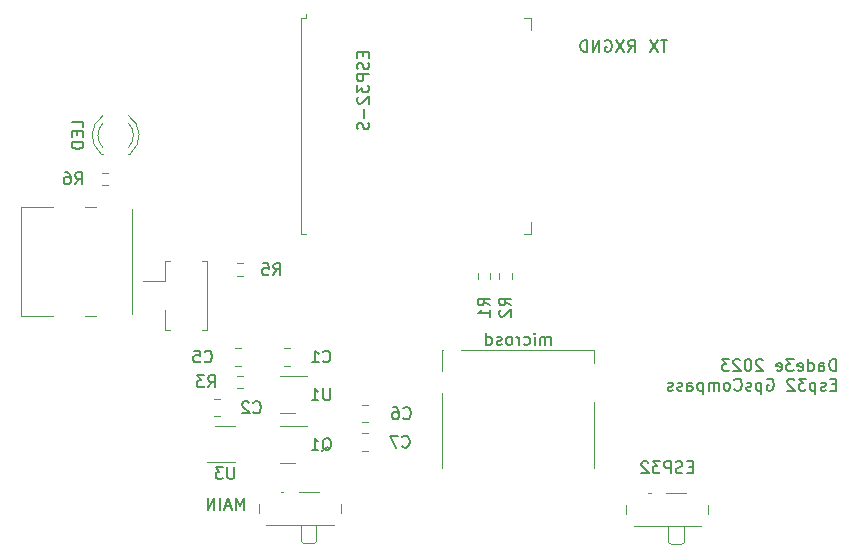
<source format=gbr>
%TF.GenerationSoftware,KiCad,Pcbnew,7.0.2-1.fc38*%
%TF.CreationDate,2023-06-06T17:02:23+02:00*%
%TF.ProjectId,gps_compass,6770735f-636f-46d7-9061-73732e6b6963,rev?*%
%TF.SameCoordinates,Original*%
%TF.FileFunction,Legend,Bot*%
%TF.FilePolarity,Positive*%
%FSLAX46Y46*%
G04 Gerber Fmt 4.6, Leading zero omitted, Abs format (unit mm)*
G04 Created by KiCad (PCBNEW 7.0.2-1.fc38) date 2023-06-06 17:02:23*
%MOMM*%
%LPD*%
G01*
G04 APERTURE LIST*
%ADD10C,0.150000*%
%ADD11C,0.120000*%
G04 APERTURE END LIST*
D10*
X157390476Y-35777619D02*
X157723809Y-35301428D01*
X157961904Y-35777619D02*
X157961904Y-34777619D01*
X157961904Y-34777619D02*
X157580952Y-34777619D01*
X157580952Y-34777619D02*
X157485714Y-34825238D01*
X157485714Y-34825238D02*
X157438095Y-34872857D01*
X157438095Y-34872857D02*
X157390476Y-34968095D01*
X157390476Y-34968095D02*
X157390476Y-35110952D01*
X157390476Y-35110952D02*
X157438095Y-35206190D01*
X157438095Y-35206190D02*
X157485714Y-35253809D01*
X157485714Y-35253809D02*
X157580952Y-35301428D01*
X157580952Y-35301428D02*
X157961904Y-35301428D01*
X157057142Y-34777619D02*
X156390476Y-35777619D01*
X156390476Y-34777619D02*
X157057142Y-35777619D01*
X174961904Y-63913809D02*
X174628571Y-63913809D01*
X174485714Y-64437619D02*
X174961904Y-64437619D01*
X174961904Y-64437619D02*
X174961904Y-63437619D01*
X174961904Y-63437619D02*
X174485714Y-63437619D01*
X174104761Y-64390000D02*
X174009523Y-64437619D01*
X174009523Y-64437619D02*
X173819047Y-64437619D01*
X173819047Y-64437619D02*
X173723809Y-64390000D01*
X173723809Y-64390000D02*
X173676190Y-64294761D01*
X173676190Y-64294761D02*
X173676190Y-64247142D01*
X173676190Y-64247142D02*
X173723809Y-64151904D01*
X173723809Y-64151904D02*
X173819047Y-64104285D01*
X173819047Y-64104285D02*
X173961904Y-64104285D01*
X173961904Y-64104285D02*
X174057142Y-64056666D01*
X174057142Y-64056666D02*
X174104761Y-63961428D01*
X174104761Y-63961428D02*
X174104761Y-63913809D01*
X174104761Y-63913809D02*
X174057142Y-63818571D01*
X174057142Y-63818571D02*
X173961904Y-63770952D01*
X173961904Y-63770952D02*
X173819047Y-63770952D01*
X173819047Y-63770952D02*
X173723809Y-63818571D01*
X173247618Y-63770952D02*
X173247618Y-64770952D01*
X173247618Y-63818571D02*
X173152380Y-63770952D01*
X173152380Y-63770952D02*
X172961904Y-63770952D01*
X172961904Y-63770952D02*
X172866666Y-63818571D01*
X172866666Y-63818571D02*
X172819047Y-63866190D01*
X172819047Y-63866190D02*
X172771428Y-63961428D01*
X172771428Y-63961428D02*
X172771428Y-64247142D01*
X172771428Y-64247142D02*
X172819047Y-64342380D01*
X172819047Y-64342380D02*
X172866666Y-64390000D01*
X172866666Y-64390000D02*
X172961904Y-64437619D01*
X172961904Y-64437619D02*
X173152380Y-64437619D01*
X173152380Y-64437619D02*
X173247618Y-64390000D01*
X172438094Y-63437619D02*
X171819047Y-63437619D01*
X171819047Y-63437619D02*
X172152380Y-63818571D01*
X172152380Y-63818571D02*
X172009523Y-63818571D01*
X172009523Y-63818571D02*
X171914285Y-63866190D01*
X171914285Y-63866190D02*
X171866666Y-63913809D01*
X171866666Y-63913809D02*
X171819047Y-64009047D01*
X171819047Y-64009047D02*
X171819047Y-64247142D01*
X171819047Y-64247142D02*
X171866666Y-64342380D01*
X171866666Y-64342380D02*
X171914285Y-64390000D01*
X171914285Y-64390000D02*
X172009523Y-64437619D01*
X172009523Y-64437619D02*
X172295237Y-64437619D01*
X172295237Y-64437619D02*
X172390475Y-64390000D01*
X172390475Y-64390000D02*
X172438094Y-64342380D01*
X171438094Y-63532857D02*
X171390475Y-63485238D01*
X171390475Y-63485238D02*
X171295237Y-63437619D01*
X171295237Y-63437619D02*
X171057142Y-63437619D01*
X171057142Y-63437619D02*
X170961904Y-63485238D01*
X170961904Y-63485238D02*
X170914285Y-63532857D01*
X170914285Y-63532857D02*
X170866666Y-63628095D01*
X170866666Y-63628095D02*
X170866666Y-63723333D01*
X170866666Y-63723333D02*
X170914285Y-63866190D01*
X170914285Y-63866190D02*
X171485713Y-64437619D01*
X171485713Y-64437619D02*
X170866666Y-64437619D01*
X169152380Y-63485238D02*
X169247618Y-63437619D01*
X169247618Y-63437619D02*
X169390475Y-63437619D01*
X169390475Y-63437619D02*
X169533332Y-63485238D01*
X169533332Y-63485238D02*
X169628570Y-63580476D01*
X169628570Y-63580476D02*
X169676189Y-63675714D01*
X169676189Y-63675714D02*
X169723808Y-63866190D01*
X169723808Y-63866190D02*
X169723808Y-64009047D01*
X169723808Y-64009047D02*
X169676189Y-64199523D01*
X169676189Y-64199523D02*
X169628570Y-64294761D01*
X169628570Y-64294761D02*
X169533332Y-64390000D01*
X169533332Y-64390000D02*
X169390475Y-64437619D01*
X169390475Y-64437619D02*
X169295237Y-64437619D01*
X169295237Y-64437619D02*
X169152380Y-64390000D01*
X169152380Y-64390000D02*
X169104761Y-64342380D01*
X169104761Y-64342380D02*
X169104761Y-64009047D01*
X169104761Y-64009047D02*
X169295237Y-64009047D01*
X168676189Y-63770952D02*
X168676189Y-64770952D01*
X168676189Y-63818571D02*
X168580951Y-63770952D01*
X168580951Y-63770952D02*
X168390475Y-63770952D01*
X168390475Y-63770952D02*
X168295237Y-63818571D01*
X168295237Y-63818571D02*
X168247618Y-63866190D01*
X168247618Y-63866190D02*
X168199999Y-63961428D01*
X168199999Y-63961428D02*
X168199999Y-64247142D01*
X168199999Y-64247142D02*
X168247618Y-64342380D01*
X168247618Y-64342380D02*
X168295237Y-64390000D01*
X168295237Y-64390000D02*
X168390475Y-64437619D01*
X168390475Y-64437619D02*
X168580951Y-64437619D01*
X168580951Y-64437619D02*
X168676189Y-64390000D01*
X167819046Y-64390000D02*
X167723808Y-64437619D01*
X167723808Y-64437619D02*
X167533332Y-64437619D01*
X167533332Y-64437619D02*
X167438094Y-64390000D01*
X167438094Y-64390000D02*
X167390475Y-64294761D01*
X167390475Y-64294761D02*
X167390475Y-64247142D01*
X167390475Y-64247142D02*
X167438094Y-64151904D01*
X167438094Y-64151904D02*
X167533332Y-64104285D01*
X167533332Y-64104285D02*
X167676189Y-64104285D01*
X167676189Y-64104285D02*
X167771427Y-64056666D01*
X167771427Y-64056666D02*
X167819046Y-63961428D01*
X167819046Y-63961428D02*
X167819046Y-63913809D01*
X167819046Y-63913809D02*
X167771427Y-63818571D01*
X167771427Y-63818571D02*
X167676189Y-63770952D01*
X167676189Y-63770952D02*
X167533332Y-63770952D01*
X167533332Y-63770952D02*
X167438094Y-63818571D01*
X166390475Y-64342380D02*
X166438094Y-64390000D01*
X166438094Y-64390000D02*
X166580951Y-64437619D01*
X166580951Y-64437619D02*
X166676189Y-64437619D01*
X166676189Y-64437619D02*
X166819046Y-64390000D01*
X166819046Y-64390000D02*
X166914284Y-64294761D01*
X166914284Y-64294761D02*
X166961903Y-64199523D01*
X166961903Y-64199523D02*
X167009522Y-64009047D01*
X167009522Y-64009047D02*
X167009522Y-63866190D01*
X167009522Y-63866190D02*
X166961903Y-63675714D01*
X166961903Y-63675714D02*
X166914284Y-63580476D01*
X166914284Y-63580476D02*
X166819046Y-63485238D01*
X166819046Y-63485238D02*
X166676189Y-63437619D01*
X166676189Y-63437619D02*
X166580951Y-63437619D01*
X166580951Y-63437619D02*
X166438094Y-63485238D01*
X166438094Y-63485238D02*
X166390475Y-63532857D01*
X165819046Y-64437619D02*
X165914284Y-64390000D01*
X165914284Y-64390000D02*
X165961903Y-64342380D01*
X165961903Y-64342380D02*
X166009522Y-64247142D01*
X166009522Y-64247142D02*
X166009522Y-63961428D01*
X166009522Y-63961428D02*
X165961903Y-63866190D01*
X165961903Y-63866190D02*
X165914284Y-63818571D01*
X165914284Y-63818571D02*
X165819046Y-63770952D01*
X165819046Y-63770952D02*
X165676189Y-63770952D01*
X165676189Y-63770952D02*
X165580951Y-63818571D01*
X165580951Y-63818571D02*
X165533332Y-63866190D01*
X165533332Y-63866190D02*
X165485713Y-63961428D01*
X165485713Y-63961428D02*
X165485713Y-64247142D01*
X165485713Y-64247142D02*
X165533332Y-64342380D01*
X165533332Y-64342380D02*
X165580951Y-64390000D01*
X165580951Y-64390000D02*
X165676189Y-64437619D01*
X165676189Y-64437619D02*
X165819046Y-64437619D01*
X165057141Y-64437619D02*
X165057141Y-63770952D01*
X165057141Y-63866190D02*
X165009522Y-63818571D01*
X165009522Y-63818571D02*
X164914284Y-63770952D01*
X164914284Y-63770952D02*
X164771427Y-63770952D01*
X164771427Y-63770952D02*
X164676189Y-63818571D01*
X164676189Y-63818571D02*
X164628570Y-63913809D01*
X164628570Y-63913809D02*
X164628570Y-64437619D01*
X164628570Y-63913809D02*
X164580951Y-63818571D01*
X164580951Y-63818571D02*
X164485713Y-63770952D01*
X164485713Y-63770952D02*
X164342856Y-63770952D01*
X164342856Y-63770952D02*
X164247617Y-63818571D01*
X164247617Y-63818571D02*
X164199998Y-63913809D01*
X164199998Y-63913809D02*
X164199998Y-64437619D01*
X163723808Y-63770952D02*
X163723808Y-64770952D01*
X163723808Y-63818571D02*
X163628570Y-63770952D01*
X163628570Y-63770952D02*
X163438094Y-63770952D01*
X163438094Y-63770952D02*
X163342856Y-63818571D01*
X163342856Y-63818571D02*
X163295237Y-63866190D01*
X163295237Y-63866190D02*
X163247618Y-63961428D01*
X163247618Y-63961428D02*
X163247618Y-64247142D01*
X163247618Y-64247142D02*
X163295237Y-64342380D01*
X163295237Y-64342380D02*
X163342856Y-64390000D01*
X163342856Y-64390000D02*
X163438094Y-64437619D01*
X163438094Y-64437619D02*
X163628570Y-64437619D01*
X163628570Y-64437619D02*
X163723808Y-64390000D01*
X162390475Y-64437619D02*
X162390475Y-63913809D01*
X162390475Y-63913809D02*
X162438094Y-63818571D01*
X162438094Y-63818571D02*
X162533332Y-63770952D01*
X162533332Y-63770952D02*
X162723808Y-63770952D01*
X162723808Y-63770952D02*
X162819046Y-63818571D01*
X162390475Y-64390000D02*
X162485713Y-64437619D01*
X162485713Y-64437619D02*
X162723808Y-64437619D01*
X162723808Y-64437619D02*
X162819046Y-64390000D01*
X162819046Y-64390000D02*
X162866665Y-64294761D01*
X162866665Y-64294761D02*
X162866665Y-64199523D01*
X162866665Y-64199523D02*
X162819046Y-64104285D01*
X162819046Y-64104285D02*
X162723808Y-64056666D01*
X162723808Y-64056666D02*
X162485713Y-64056666D01*
X162485713Y-64056666D02*
X162390475Y-64009047D01*
X161961903Y-64390000D02*
X161866665Y-64437619D01*
X161866665Y-64437619D02*
X161676189Y-64437619D01*
X161676189Y-64437619D02*
X161580951Y-64390000D01*
X161580951Y-64390000D02*
X161533332Y-64294761D01*
X161533332Y-64294761D02*
X161533332Y-64247142D01*
X161533332Y-64247142D02*
X161580951Y-64151904D01*
X161580951Y-64151904D02*
X161676189Y-64104285D01*
X161676189Y-64104285D02*
X161819046Y-64104285D01*
X161819046Y-64104285D02*
X161914284Y-64056666D01*
X161914284Y-64056666D02*
X161961903Y-63961428D01*
X161961903Y-63961428D02*
X161961903Y-63913809D01*
X161961903Y-63913809D02*
X161914284Y-63818571D01*
X161914284Y-63818571D02*
X161819046Y-63770952D01*
X161819046Y-63770952D02*
X161676189Y-63770952D01*
X161676189Y-63770952D02*
X161580951Y-63818571D01*
X161152379Y-64390000D02*
X161057141Y-64437619D01*
X161057141Y-64437619D02*
X160866665Y-64437619D01*
X160866665Y-64437619D02*
X160771427Y-64390000D01*
X160771427Y-64390000D02*
X160723808Y-64294761D01*
X160723808Y-64294761D02*
X160723808Y-64247142D01*
X160723808Y-64247142D02*
X160771427Y-64151904D01*
X160771427Y-64151904D02*
X160866665Y-64104285D01*
X160866665Y-64104285D02*
X161009522Y-64104285D01*
X161009522Y-64104285D02*
X161104760Y-64056666D01*
X161104760Y-64056666D02*
X161152379Y-63961428D01*
X161152379Y-63961428D02*
X161152379Y-63913809D01*
X161152379Y-63913809D02*
X161104760Y-63818571D01*
X161104760Y-63818571D02*
X161009522Y-63770952D01*
X161009522Y-63770952D02*
X160866665Y-63770952D01*
X160866665Y-63770952D02*
X160771427Y-63818571D01*
X160704761Y-34777619D02*
X160133333Y-34777619D01*
X160419047Y-35777619D02*
X160419047Y-34777619D01*
X159895237Y-34777619D02*
X159228571Y-35777619D01*
X159228571Y-34777619D02*
X159895237Y-35777619D01*
X155438095Y-34825238D02*
X155533333Y-34777619D01*
X155533333Y-34777619D02*
X155676190Y-34777619D01*
X155676190Y-34777619D02*
X155819047Y-34825238D01*
X155819047Y-34825238D02*
X155914285Y-34920476D01*
X155914285Y-34920476D02*
X155961904Y-35015714D01*
X155961904Y-35015714D02*
X156009523Y-35206190D01*
X156009523Y-35206190D02*
X156009523Y-35349047D01*
X156009523Y-35349047D02*
X155961904Y-35539523D01*
X155961904Y-35539523D02*
X155914285Y-35634761D01*
X155914285Y-35634761D02*
X155819047Y-35730000D01*
X155819047Y-35730000D02*
X155676190Y-35777619D01*
X155676190Y-35777619D02*
X155580952Y-35777619D01*
X155580952Y-35777619D02*
X155438095Y-35730000D01*
X155438095Y-35730000D02*
X155390476Y-35682380D01*
X155390476Y-35682380D02*
X155390476Y-35349047D01*
X155390476Y-35349047D02*
X155580952Y-35349047D01*
X154961904Y-35777619D02*
X154961904Y-34777619D01*
X154961904Y-34777619D02*
X154390476Y-35777619D01*
X154390476Y-35777619D02*
X154390476Y-34777619D01*
X153914285Y-35777619D02*
X153914285Y-34777619D01*
X153914285Y-34777619D02*
X153676190Y-34777619D01*
X153676190Y-34777619D02*
X153533333Y-34825238D01*
X153533333Y-34825238D02*
X153438095Y-34920476D01*
X153438095Y-34920476D02*
X153390476Y-35015714D01*
X153390476Y-35015714D02*
X153342857Y-35206190D01*
X153342857Y-35206190D02*
X153342857Y-35349047D01*
X153342857Y-35349047D02*
X153390476Y-35539523D01*
X153390476Y-35539523D02*
X153438095Y-35634761D01*
X153438095Y-35634761D02*
X153533333Y-35730000D01*
X153533333Y-35730000D02*
X153676190Y-35777619D01*
X153676190Y-35777619D02*
X153914285Y-35777619D01*
X174961904Y-62777619D02*
X174961904Y-61777619D01*
X174961904Y-61777619D02*
X174723809Y-61777619D01*
X174723809Y-61777619D02*
X174580952Y-61825238D01*
X174580952Y-61825238D02*
X174485714Y-61920476D01*
X174485714Y-61920476D02*
X174438095Y-62015714D01*
X174438095Y-62015714D02*
X174390476Y-62206190D01*
X174390476Y-62206190D02*
X174390476Y-62349047D01*
X174390476Y-62349047D02*
X174438095Y-62539523D01*
X174438095Y-62539523D02*
X174485714Y-62634761D01*
X174485714Y-62634761D02*
X174580952Y-62730000D01*
X174580952Y-62730000D02*
X174723809Y-62777619D01*
X174723809Y-62777619D02*
X174961904Y-62777619D01*
X173533333Y-62777619D02*
X173533333Y-62253809D01*
X173533333Y-62253809D02*
X173580952Y-62158571D01*
X173580952Y-62158571D02*
X173676190Y-62110952D01*
X173676190Y-62110952D02*
X173866666Y-62110952D01*
X173866666Y-62110952D02*
X173961904Y-62158571D01*
X173533333Y-62730000D02*
X173628571Y-62777619D01*
X173628571Y-62777619D02*
X173866666Y-62777619D01*
X173866666Y-62777619D02*
X173961904Y-62730000D01*
X173961904Y-62730000D02*
X174009523Y-62634761D01*
X174009523Y-62634761D02*
X174009523Y-62539523D01*
X174009523Y-62539523D02*
X173961904Y-62444285D01*
X173961904Y-62444285D02*
X173866666Y-62396666D01*
X173866666Y-62396666D02*
X173628571Y-62396666D01*
X173628571Y-62396666D02*
X173533333Y-62349047D01*
X172628571Y-62777619D02*
X172628571Y-61777619D01*
X172628571Y-62730000D02*
X172723809Y-62777619D01*
X172723809Y-62777619D02*
X172914285Y-62777619D01*
X172914285Y-62777619D02*
X173009523Y-62730000D01*
X173009523Y-62730000D02*
X173057142Y-62682380D01*
X173057142Y-62682380D02*
X173104761Y-62587142D01*
X173104761Y-62587142D02*
X173104761Y-62301428D01*
X173104761Y-62301428D02*
X173057142Y-62206190D01*
X173057142Y-62206190D02*
X173009523Y-62158571D01*
X173009523Y-62158571D02*
X172914285Y-62110952D01*
X172914285Y-62110952D02*
X172723809Y-62110952D01*
X172723809Y-62110952D02*
X172628571Y-62158571D01*
X171771428Y-62730000D02*
X171866666Y-62777619D01*
X171866666Y-62777619D02*
X172057142Y-62777619D01*
X172057142Y-62777619D02*
X172152380Y-62730000D01*
X172152380Y-62730000D02*
X172199999Y-62634761D01*
X172199999Y-62634761D02*
X172199999Y-62253809D01*
X172199999Y-62253809D02*
X172152380Y-62158571D01*
X172152380Y-62158571D02*
X172057142Y-62110952D01*
X172057142Y-62110952D02*
X171866666Y-62110952D01*
X171866666Y-62110952D02*
X171771428Y-62158571D01*
X171771428Y-62158571D02*
X171723809Y-62253809D01*
X171723809Y-62253809D02*
X171723809Y-62349047D01*
X171723809Y-62349047D02*
X172199999Y-62444285D01*
X171390475Y-61777619D02*
X170771428Y-61777619D01*
X170771428Y-61777619D02*
X171104761Y-62158571D01*
X171104761Y-62158571D02*
X170961904Y-62158571D01*
X170961904Y-62158571D02*
X170866666Y-62206190D01*
X170866666Y-62206190D02*
X170819047Y-62253809D01*
X170819047Y-62253809D02*
X170771428Y-62349047D01*
X170771428Y-62349047D02*
X170771428Y-62587142D01*
X170771428Y-62587142D02*
X170819047Y-62682380D01*
X170819047Y-62682380D02*
X170866666Y-62730000D01*
X170866666Y-62730000D02*
X170961904Y-62777619D01*
X170961904Y-62777619D02*
X171247618Y-62777619D01*
X171247618Y-62777619D02*
X171342856Y-62730000D01*
X171342856Y-62730000D02*
X171390475Y-62682380D01*
X169961904Y-62730000D02*
X170057142Y-62777619D01*
X170057142Y-62777619D02*
X170247618Y-62777619D01*
X170247618Y-62777619D02*
X170342856Y-62730000D01*
X170342856Y-62730000D02*
X170390475Y-62634761D01*
X170390475Y-62634761D02*
X170390475Y-62253809D01*
X170390475Y-62253809D02*
X170342856Y-62158571D01*
X170342856Y-62158571D02*
X170247618Y-62110952D01*
X170247618Y-62110952D02*
X170057142Y-62110952D01*
X170057142Y-62110952D02*
X169961904Y-62158571D01*
X169961904Y-62158571D02*
X169914285Y-62253809D01*
X169914285Y-62253809D02*
X169914285Y-62349047D01*
X169914285Y-62349047D02*
X170390475Y-62444285D01*
X168771427Y-61872857D02*
X168723808Y-61825238D01*
X168723808Y-61825238D02*
X168628570Y-61777619D01*
X168628570Y-61777619D02*
X168390475Y-61777619D01*
X168390475Y-61777619D02*
X168295237Y-61825238D01*
X168295237Y-61825238D02*
X168247618Y-61872857D01*
X168247618Y-61872857D02*
X168199999Y-61968095D01*
X168199999Y-61968095D02*
X168199999Y-62063333D01*
X168199999Y-62063333D02*
X168247618Y-62206190D01*
X168247618Y-62206190D02*
X168819046Y-62777619D01*
X168819046Y-62777619D02*
X168199999Y-62777619D01*
X167580951Y-61777619D02*
X167485713Y-61777619D01*
X167485713Y-61777619D02*
X167390475Y-61825238D01*
X167390475Y-61825238D02*
X167342856Y-61872857D01*
X167342856Y-61872857D02*
X167295237Y-61968095D01*
X167295237Y-61968095D02*
X167247618Y-62158571D01*
X167247618Y-62158571D02*
X167247618Y-62396666D01*
X167247618Y-62396666D02*
X167295237Y-62587142D01*
X167295237Y-62587142D02*
X167342856Y-62682380D01*
X167342856Y-62682380D02*
X167390475Y-62730000D01*
X167390475Y-62730000D02*
X167485713Y-62777619D01*
X167485713Y-62777619D02*
X167580951Y-62777619D01*
X167580951Y-62777619D02*
X167676189Y-62730000D01*
X167676189Y-62730000D02*
X167723808Y-62682380D01*
X167723808Y-62682380D02*
X167771427Y-62587142D01*
X167771427Y-62587142D02*
X167819046Y-62396666D01*
X167819046Y-62396666D02*
X167819046Y-62158571D01*
X167819046Y-62158571D02*
X167771427Y-61968095D01*
X167771427Y-61968095D02*
X167723808Y-61872857D01*
X167723808Y-61872857D02*
X167676189Y-61825238D01*
X167676189Y-61825238D02*
X167580951Y-61777619D01*
X166866665Y-61872857D02*
X166819046Y-61825238D01*
X166819046Y-61825238D02*
X166723808Y-61777619D01*
X166723808Y-61777619D02*
X166485713Y-61777619D01*
X166485713Y-61777619D02*
X166390475Y-61825238D01*
X166390475Y-61825238D02*
X166342856Y-61872857D01*
X166342856Y-61872857D02*
X166295237Y-61968095D01*
X166295237Y-61968095D02*
X166295237Y-62063333D01*
X166295237Y-62063333D02*
X166342856Y-62206190D01*
X166342856Y-62206190D02*
X166914284Y-62777619D01*
X166914284Y-62777619D02*
X166295237Y-62777619D01*
X165961903Y-61777619D02*
X165342856Y-61777619D01*
X165342856Y-61777619D02*
X165676189Y-62158571D01*
X165676189Y-62158571D02*
X165533332Y-62158571D01*
X165533332Y-62158571D02*
X165438094Y-62206190D01*
X165438094Y-62206190D02*
X165390475Y-62253809D01*
X165390475Y-62253809D02*
X165342856Y-62349047D01*
X165342856Y-62349047D02*
X165342856Y-62587142D01*
X165342856Y-62587142D02*
X165390475Y-62682380D01*
X165390475Y-62682380D02*
X165438094Y-62730000D01*
X165438094Y-62730000D02*
X165533332Y-62777619D01*
X165533332Y-62777619D02*
X165819046Y-62777619D01*
X165819046Y-62777619D02*
X165914284Y-62730000D01*
X165914284Y-62730000D02*
X165961903Y-62682380D01*
%TO.C,Q1*%
X131495238Y-69557857D02*
X131590476Y-69510238D01*
X131590476Y-69510238D02*
X131685714Y-69415000D01*
X131685714Y-69415000D02*
X131828571Y-69272142D01*
X131828571Y-69272142D02*
X131923809Y-69224523D01*
X131923809Y-69224523D02*
X132019047Y-69224523D01*
X131971428Y-69462619D02*
X132066666Y-69415000D01*
X132066666Y-69415000D02*
X132161904Y-69319761D01*
X132161904Y-69319761D02*
X132209523Y-69129285D01*
X132209523Y-69129285D02*
X132209523Y-68795952D01*
X132209523Y-68795952D02*
X132161904Y-68605476D01*
X132161904Y-68605476D02*
X132066666Y-68510238D01*
X132066666Y-68510238D02*
X131971428Y-68462619D01*
X131971428Y-68462619D02*
X131780952Y-68462619D01*
X131780952Y-68462619D02*
X131685714Y-68510238D01*
X131685714Y-68510238D02*
X131590476Y-68605476D01*
X131590476Y-68605476D02*
X131542857Y-68795952D01*
X131542857Y-68795952D02*
X131542857Y-69129285D01*
X131542857Y-69129285D02*
X131590476Y-69319761D01*
X131590476Y-69319761D02*
X131685714Y-69415000D01*
X131685714Y-69415000D02*
X131780952Y-69462619D01*
X131780952Y-69462619D02*
X131971428Y-69462619D01*
X130590476Y-69462619D02*
X131161904Y-69462619D01*
X130876190Y-69462619D02*
X130876190Y-68462619D01*
X130876190Y-68462619D02*
X130971428Y-68605476D01*
X130971428Y-68605476D02*
X131066666Y-68700714D01*
X131066666Y-68700714D02*
X131161904Y-68748333D01*
%TO.C,R6*%
X110566666Y-46962619D02*
X110899999Y-46486428D01*
X111138094Y-46962619D02*
X111138094Y-45962619D01*
X111138094Y-45962619D02*
X110757142Y-45962619D01*
X110757142Y-45962619D02*
X110661904Y-46010238D01*
X110661904Y-46010238D02*
X110614285Y-46057857D01*
X110614285Y-46057857D02*
X110566666Y-46153095D01*
X110566666Y-46153095D02*
X110566666Y-46295952D01*
X110566666Y-46295952D02*
X110614285Y-46391190D01*
X110614285Y-46391190D02*
X110661904Y-46438809D01*
X110661904Y-46438809D02*
X110757142Y-46486428D01*
X110757142Y-46486428D02*
X111138094Y-46486428D01*
X109709523Y-45962619D02*
X109899999Y-45962619D01*
X109899999Y-45962619D02*
X109995237Y-46010238D01*
X109995237Y-46010238D02*
X110042856Y-46057857D01*
X110042856Y-46057857D02*
X110138094Y-46200714D01*
X110138094Y-46200714D02*
X110185713Y-46391190D01*
X110185713Y-46391190D02*
X110185713Y-46772142D01*
X110185713Y-46772142D02*
X110138094Y-46867380D01*
X110138094Y-46867380D02*
X110090475Y-46915000D01*
X110090475Y-46915000D02*
X109995237Y-46962619D01*
X109995237Y-46962619D02*
X109804761Y-46962619D01*
X109804761Y-46962619D02*
X109709523Y-46915000D01*
X109709523Y-46915000D02*
X109661904Y-46867380D01*
X109661904Y-46867380D02*
X109614285Y-46772142D01*
X109614285Y-46772142D02*
X109614285Y-46534047D01*
X109614285Y-46534047D02*
X109661904Y-46438809D01*
X109661904Y-46438809D02*
X109709523Y-46391190D01*
X109709523Y-46391190D02*
X109804761Y-46343571D01*
X109804761Y-46343571D02*
X109995237Y-46343571D01*
X109995237Y-46343571D02*
X110090475Y-46391190D01*
X110090475Y-46391190D02*
X110138094Y-46438809D01*
X110138094Y-46438809D02*
X110185713Y-46534047D01*
%TO.C,R1*%
X145662619Y-57233333D02*
X145186428Y-56900000D01*
X145662619Y-56661905D02*
X144662619Y-56661905D01*
X144662619Y-56661905D02*
X144662619Y-57042857D01*
X144662619Y-57042857D02*
X144710238Y-57138095D01*
X144710238Y-57138095D02*
X144757857Y-57185714D01*
X144757857Y-57185714D02*
X144853095Y-57233333D01*
X144853095Y-57233333D02*
X144995952Y-57233333D01*
X144995952Y-57233333D02*
X145091190Y-57185714D01*
X145091190Y-57185714D02*
X145138809Y-57138095D01*
X145138809Y-57138095D02*
X145186428Y-57042857D01*
X145186428Y-57042857D02*
X145186428Y-56661905D01*
X145662619Y-58185714D02*
X145662619Y-57614286D01*
X145662619Y-57900000D02*
X144662619Y-57900000D01*
X144662619Y-57900000D02*
X144805476Y-57804762D01*
X144805476Y-57804762D02*
X144900714Y-57709524D01*
X144900714Y-57709524D02*
X144948333Y-57614286D01*
%TO.C,R2*%
X147462619Y-57233333D02*
X146986428Y-56900000D01*
X147462619Y-56661905D02*
X146462619Y-56661905D01*
X146462619Y-56661905D02*
X146462619Y-57042857D01*
X146462619Y-57042857D02*
X146510238Y-57138095D01*
X146510238Y-57138095D02*
X146557857Y-57185714D01*
X146557857Y-57185714D02*
X146653095Y-57233333D01*
X146653095Y-57233333D02*
X146795952Y-57233333D01*
X146795952Y-57233333D02*
X146891190Y-57185714D01*
X146891190Y-57185714D02*
X146938809Y-57138095D01*
X146938809Y-57138095D02*
X146986428Y-57042857D01*
X146986428Y-57042857D02*
X146986428Y-56661905D01*
X146557857Y-57614286D02*
X146510238Y-57661905D01*
X146510238Y-57661905D02*
X146462619Y-57757143D01*
X146462619Y-57757143D02*
X146462619Y-57995238D01*
X146462619Y-57995238D02*
X146510238Y-58090476D01*
X146510238Y-58090476D02*
X146557857Y-58138095D01*
X146557857Y-58138095D02*
X146653095Y-58185714D01*
X146653095Y-58185714D02*
X146748333Y-58185714D01*
X146748333Y-58185714D02*
X146891190Y-58138095D01*
X146891190Y-58138095D02*
X147462619Y-57566667D01*
X147462619Y-57566667D02*
X147462619Y-58185714D01*
%TO.C,C5*%
X121529166Y-61967380D02*
X121576785Y-62015000D01*
X121576785Y-62015000D02*
X121719642Y-62062619D01*
X121719642Y-62062619D02*
X121814880Y-62062619D01*
X121814880Y-62062619D02*
X121957737Y-62015000D01*
X121957737Y-62015000D02*
X122052975Y-61919761D01*
X122052975Y-61919761D02*
X122100594Y-61824523D01*
X122100594Y-61824523D02*
X122148213Y-61634047D01*
X122148213Y-61634047D02*
X122148213Y-61491190D01*
X122148213Y-61491190D02*
X122100594Y-61300714D01*
X122100594Y-61300714D02*
X122052975Y-61205476D01*
X122052975Y-61205476D02*
X121957737Y-61110238D01*
X121957737Y-61110238D02*
X121814880Y-61062619D01*
X121814880Y-61062619D02*
X121719642Y-61062619D01*
X121719642Y-61062619D02*
X121576785Y-61110238D01*
X121576785Y-61110238D02*
X121529166Y-61157857D01*
X120624404Y-61062619D02*
X121100594Y-61062619D01*
X121100594Y-61062619D02*
X121148213Y-61538809D01*
X121148213Y-61538809D02*
X121100594Y-61491190D01*
X121100594Y-61491190D02*
X121005356Y-61443571D01*
X121005356Y-61443571D02*
X120767261Y-61443571D01*
X120767261Y-61443571D02*
X120672023Y-61491190D01*
X120672023Y-61491190D02*
X120624404Y-61538809D01*
X120624404Y-61538809D02*
X120576785Y-61634047D01*
X120576785Y-61634047D02*
X120576785Y-61872142D01*
X120576785Y-61872142D02*
X120624404Y-61967380D01*
X120624404Y-61967380D02*
X120672023Y-62015000D01*
X120672023Y-62015000D02*
X120767261Y-62062619D01*
X120767261Y-62062619D02*
X121005356Y-62062619D01*
X121005356Y-62062619D02*
X121100594Y-62015000D01*
X121100594Y-62015000D02*
X121148213Y-61967380D01*
%TO.C,R3*%
X121829166Y-64162619D02*
X122162499Y-63686428D01*
X122400594Y-64162619D02*
X122400594Y-63162619D01*
X122400594Y-63162619D02*
X122019642Y-63162619D01*
X122019642Y-63162619D02*
X121924404Y-63210238D01*
X121924404Y-63210238D02*
X121876785Y-63257857D01*
X121876785Y-63257857D02*
X121829166Y-63353095D01*
X121829166Y-63353095D02*
X121829166Y-63495952D01*
X121829166Y-63495952D02*
X121876785Y-63591190D01*
X121876785Y-63591190D02*
X121924404Y-63638809D01*
X121924404Y-63638809D02*
X122019642Y-63686428D01*
X122019642Y-63686428D02*
X122400594Y-63686428D01*
X121495832Y-63162619D02*
X120876785Y-63162619D01*
X120876785Y-63162619D02*
X121210118Y-63543571D01*
X121210118Y-63543571D02*
X121067261Y-63543571D01*
X121067261Y-63543571D02*
X120972023Y-63591190D01*
X120972023Y-63591190D02*
X120924404Y-63638809D01*
X120924404Y-63638809D02*
X120876785Y-63734047D01*
X120876785Y-63734047D02*
X120876785Y-63972142D01*
X120876785Y-63972142D02*
X120924404Y-64067380D01*
X120924404Y-64067380D02*
X120972023Y-64115000D01*
X120972023Y-64115000D02*
X121067261Y-64162619D01*
X121067261Y-64162619D02*
X121352975Y-64162619D01*
X121352975Y-64162619D02*
X121448213Y-64115000D01*
X121448213Y-64115000D02*
X121495832Y-64067380D01*
%TO.C,U3*%
X124024404Y-70912619D02*
X124024404Y-71722142D01*
X124024404Y-71722142D02*
X123976785Y-71817380D01*
X123976785Y-71817380D02*
X123929166Y-71865000D01*
X123929166Y-71865000D02*
X123833928Y-71912619D01*
X123833928Y-71912619D02*
X123643452Y-71912619D01*
X123643452Y-71912619D02*
X123548214Y-71865000D01*
X123548214Y-71865000D02*
X123500595Y-71817380D01*
X123500595Y-71817380D02*
X123452976Y-71722142D01*
X123452976Y-71722142D02*
X123452976Y-70912619D01*
X123072023Y-70912619D02*
X122452976Y-70912619D01*
X122452976Y-70912619D02*
X122786309Y-71293571D01*
X122786309Y-71293571D02*
X122643452Y-71293571D01*
X122643452Y-71293571D02*
X122548214Y-71341190D01*
X122548214Y-71341190D02*
X122500595Y-71388809D01*
X122500595Y-71388809D02*
X122452976Y-71484047D01*
X122452976Y-71484047D02*
X122452976Y-71722142D01*
X122452976Y-71722142D02*
X122500595Y-71817380D01*
X122500595Y-71817380D02*
X122548214Y-71865000D01*
X122548214Y-71865000D02*
X122643452Y-71912619D01*
X122643452Y-71912619D02*
X122929166Y-71912619D01*
X122929166Y-71912619D02*
X123024404Y-71865000D01*
X123024404Y-71865000D02*
X123072023Y-71817380D01*
%TO.C,ESP32-S*%
X134918809Y-35811905D02*
X134918809Y-36145238D01*
X135442619Y-36288095D02*
X135442619Y-35811905D01*
X135442619Y-35811905D02*
X134442619Y-35811905D01*
X134442619Y-35811905D02*
X134442619Y-36288095D01*
X135395000Y-36669048D02*
X135442619Y-36811905D01*
X135442619Y-36811905D02*
X135442619Y-37050000D01*
X135442619Y-37050000D02*
X135395000Y-37145238D01*
X135395000Y-37145238D02*
X135347380Y-37192857D01*
X135347380Y-37192857D02*
X135252142Y-37240476D01*
X135252142Y-37240476D02*
X135156904Y-37240476D01*
X135156904Y-37240476D02*
X135061666Y-37192857D01*
X135061666Y-37192857D02*
X135014047Y-37145238D01*
X135014047Y-37145238D02*
X134966428Y-37050000D01*
X134966428Y-37050000D02*
X134918809Y-36859524D01*
X134918809Y-36859524D02*
X134871190Y-36764286D01*
X134871190Y-36764286D02*
X134823571Y-36716667D01*
X134823571Y-36716667D02*
X134728333Y-36669048D01*
X134728333Y-36669048D02*
X134633095Y-36669048D01*
X134633095Y-36669048D02*
X134537857Y-36716667D01*
X134537857Y-36716667D02*
X134490238Y-36764286D01*
X134490238Y-36764286D02*
X134442619Y-36859524D01*
X134442619Y-36859524D02*
X134442619Y-37097619D01*
X134442619Y-37097619D02*
X134490238Y-37240476D01*
X135442619Y-37669048D02*
X134442619Y-37669048D01*
X134442619Y-37669048D02*
X134442619Y-38050000D01*
X134442619Y-38050000D02*
X134490238Y-38145238D01*
X134490238Y-38145238D02*
X134537857Y-38192857D01*
X134537857Y-38192857D02*
X134633095Y-38240476D01*
X134633095Y-38240476D02*
X134775952Y-38240476D01*
X134775952Y-38240476D02*
X134871190Y-38192857D01*
X134871190Y-38192857D02*
X134918809Y-38145238D01*
X134918809Y-38145238D02*
X134966428Y-38050000D01*
X134966428Y-38050000D02*
X134966428Y-37669048D01*
X134442619Y-38573810D02*
X134442619Y-39192857D01*
X134442619Y-39192857D02*
X134823571Y-38859524D01*
X134823571Y-38859524D02*
X134823571Y-39002381D01*
X134823571Y-39002381D02*
X134871190Y-39097619D01*
X134871190Y-39097619D02*
X134918809Y-39145238D01*
X134918809Y-39145238D02*
X135014047Y-39192857D01*
X135014047Y-39192857D02*
X135252142Y-39192857D01*
X135252142Y-39192857D02*
X135347380Y-39145238D01*
X135347380Y-39145238D02*
X135395000Y-39097619D01*
X135395000Y-39097619D02*
X135442619Y-39002381D01*
X135442619Y-39002381D02*
X135442619Y-38716667D01*
X135442619Y-38716667D02*
X135395000Y-38621429D01*
X135395000Y-38621429D02*
X135347380Y-38573810D01*
X134537857Y-39573810D02*
X134490238Y-39621429D01*
X134490238Y-39621429D02*
X134442619Y-39716667D01*
X134442619Y-39716667D02*
X134442619Y-39954762D01*
X134442619Y-39954762D02*
X134490238Y-40050000D01*
X134490238Y-40050000D02*
X134537857Y-40097619D01*
X134537857Y-40097619D02*
X134633095Y-40145238D01*
X134633095Y-40145238D02*
X134728333Y-40145238D01*
X134728333Y-40145238D02*
X134871190Y-40097619D01*
X134871190Y-40097619D02*
X135442619Y-39526191D01*
X135442619Y-39526191D02*
X135442619Y-40145238D01*
X135061666Y-40573810D02*
X135061666Y-41335715D01*
X135395000Y-41764286D02*
X135442619Y-41907143D01*
X135442619Y-41907143D02*
X135442619Y-42145238D01*
X135442619Y-42145238D02*
X135395000Y-42240476D01*
X135395000Y-42240476D02*
X135347380Y-42288095D01*
X135347380Y-42288095D02*
X135252142Y-42335714D01*
X135252142Y-42335714D02*
X135156904Y-42335714D01*
X135156904Y-42335714D02*
X135061666Y-42288095D01*
X135061666Y-42288095D02*
X135014047Y-42240476D01*
X135014047Y-42240476D02*
X134966428Y-42145238D01*
X134966428Y-42145238D02*
X134918809Y-41954762D01*
X134918809Y-41954762D02*
X134871190Y-41859524D01*
X134871190Y-41859524D02*
X134823571Y-41811905D01*
X134823571Y-41811905D02*
X134728333Y-41764286D01*
X134728333Y-41764286D02*
X134633095Y-41764286D01*
X134633095Y-41764286D02*
X134537857Y-41811905D01*
X134537857Y-41811905D02*
X134490238Y-41859524D01*
X134490238Y-41859524D02*
X134442619Y-41954762D01*
X134442619Y-41954762D02*
X134442619Y-42192857D01*
X134442619Y-42192857D02*
X134490238Y-42335714D01*
%TO.C,C7*%
X138266666Y-69167380D02*
X138314285Y-69215000D01*
X138314285Y-69215000D02*
X138457142Y-69262619D01*
X138457142Y-69262619D02*
X138552380Y-69262619D01*
X138552380Y-69262619D02*
X138695237Y-69215000D01*
X138695237Y-69215000D02*
X138790475Y-69119761D01*
X138790475Y-69119761D02*
X138838094Y-69024523D01*
X138838094Y-69024523D02*
X138885713Y-68834047D01*
X138885713Y-68834047D02*
X138885713Y-68691190D01*
X138885713Y-68691190D02*
X138838094Y-68500714D01*
X138838094Y-68500714D02*
X138790475Y-68405476D01*
X138790475Y-68405476D02*
X138695237Y-68310238D01*
X138695237Y-68310238D02*
X138552380Y-68262619D01*
X138552380Y-68262619D02*
X138457142Y-68262619D01*
X138457142Y-68262619D02*
X138314285Y-68310238D01*
X138314285Y-68310238D02*
X138266666Y-68357857D01*
X137933332Y-68262619D02*
X137266666Y-68262619D01*
X137266666Y-68262619D02*
X137695237Y-69262619D01*
%TO.C,LED*%
X111262619Y-42157142D02*
X111262619Y-41680952D01*
X111262619Y-41680952D02*
X110262619Y-41680952D01*
X110738809Y-42490476D02*
X110738809Y-42823809D01*
X111262619Y-42966666D02*
X111262619Y-42490476D01*
X111262619Y-42490476D02*
X110262619Y-42490476D01*
X110262619Y-42490476D02*
X110262619Y-42966666D01*
X111262619Y-43395238D02*
X110262619Y-43395238D01*
X110262619Y-43395238D02*
X110262619Y-43633333D01*
X110262619Y-43633333D02*
X110310238Y-43776190D01*
X110310238Y-43776190D02*
X110405476Y-43871428D01*
X110405476Y-43871428D02*
X110500714Y-43919047D01*
X110500714Y-43919047D02*
X110691190Y-43966666D01*
X110691190Y-43966666D02*
X110834047Y-43966666D01*
X110834047Y-43966666D02*
X111024523Y-43919047D01*
X111024523Y-43919047D02*
X111119761Y-43871428D01*
X111119761Y-43871428D02*
X111215000Y-43776190D01*
X111215000Y-43776190D02*
X111262619Y-43633333D01*
X111262619Y-43633333D02*
X111262619Y-43395238D01*
%TO.C,C6*%
X138366666Y-66767380D02*
X138414285Y-66815000D01*
X138414285Y-66815000D02*
X138557142Y-66862619D01*
X138557142Y-66862619D02*
X138652380Y-66862619D01*
X138652380Y-66862619D02*
X138795237Y-66815000D01*
X138795237Y-66815000D02*
X138890475Y-66719761D01*
X138890475Y-66719761D02*
X138938094Y-66624523D01*
X138938094Y-66624523D02*
X138985713Y-66434047D01*
X138985713Y-66434047D02*
X138985713Y-66291190D01*
X138985713Y-66291190D02*
X138938094Y-66100714D01*
X138938094Y-66100714D02*
X138890475Y-66005476D01*
X138890475Y-66005476D02*
X138795237Y-65910238D01*
X138795237Y-65910238D02*
X138652380Y-65862619D01*
X138652380Y-65862619D02*
X138557142Y-65862619D01*
X138557142Y-65862619D02*
X138414285Y-65910238D01*
X138414285Y-65910238D02*
X138366666Y-65957857D01*
X137509523Y-65862619D02*
X137699999Y-65862619D01*
X137699999Y-65862619D02*
X137795237Y-65910238D01*
X137795237Y-65910238D02*
X137842856Y-65957857D01*
X137842856Y-65957857D02*
X137938094Y-66100714D01*
X137938094Y-66100714D02*
X137985713Y-66291190D01*
X137985713Y-66291190D02*
X137985713Y-66672142D01*
X137985713Y-66672142D02*
X137938094Y-66767380D01*
X137938094Y-66767380D02*
X137890475Y-66815000D01*
X137890475Y-66815000D02*
X137795237Y-66862619D01*
X137795237Y-66862619D02*
X137604761Y-66862619D01*
X137604761Y-66862619D02*
X137509523Y-66815000D01*
X137509523Y-66815000D02*
X137461904Y-66767380D01*
X137461904Y-66767380D02*
X137414285Y-66672142D01*
X137414285Y-66672142D02*
X137414285Y-66434047D01*
X137414285Y-66434047D02*
X137461904Y-66338809D01*
X137461904Y-66338809D02*
X137509523Y-66291190D01*
X137509523Y-66291190D02*
X137604761Y-66243571D01*
X137604761Y-66243571D02*
X137795237Y-66243571D01*
X137795237Y-66243571D02*
X137890475Y-66291190D01*
X137890475Y-66291190D02*
X137938094Y-66338809D01*
X137938094Y-66338809D02*
X137985713Y-66434047D01*
%TO.C,U1*%
X132161904Y-64262619D02*
X132161904Y-65072142D01*
X132161904Y-65072142D02*
X132114285Y-65167380D01*
X132114285Y-65167380D02*
X132066666Y-65215000D01*
X132066666Y-65215000D02*
X131971428Y-65262619D01*
X131971428Y-65262619D02*
X131780952Y-65262619D01*
X131780952Y-65262619D02*
X131685714Y-65215000D01*
X131685714Y-65215000D02*
X131638095Y-65167380D01*
X131638095Y-65167380D02*
X131590476Y-65072142D01*
X131590476Y-65072142D02*
X131590476Y-64262619D01*
X130590476Y-65262619D02*
X131161904Y-65262619D01*
X130876190Y-65262619D02*
X130876190Y-64262619D01*
X130876190Y-64262619D02*
X130971428Y-64405476D01*
X130971428Y-64405476D02*
X131066666Y-64500714D01*
X131066666Y-64500714D02*
X131161904Y-64548333D01*
%TO.C,MAIN*%
X124823808Y-74517619D02*
X124823808Y-73517619D01*
X124823808Y-73517619D02*
X124490475Y-74231904D01*
X124490475Y-74231904D02*
X124157142Y-73517619D01*
X124157142Y-73517619D02*
X124157142Y-74517619D01*
X123728570Y-74231904D02*
X123252380Y-74231904D01*
X123823808Y-74517619D02*
X123490475Y-73517619D01*
X123490475Y-73517619D02*
X123157142Y-74517619D01*
X122823808Y-74517619D02*
X122823808Y-73517619D01*
X122347618Y-74517619D02*
X122347618Y-73517619D01*
X122347618Y-73517619D02*
X121776190Y-74517619D01*
X121776190Y-74517619D02*
X121776190Y-73517619D01*
%TO.C,R5*%
X127354166Y-54662619D02*
X127687499Y-54186428D01*
X127925594Y-54662619D02*
X127925594Y-53662619D01*
X127925594Y-53662619D02*
X127544642Y-53662619D01*
X127544642Y-53662619D02*
X127449404Y-53710238D01*
X127449404Y-53710238D02*
X127401785Y-53757857D01*
X127401785Y-53757857D02*
X127354166Y-53853095D01*
X127354166Y-53853095D02*
X127354166Y-53995952D01*
X127354166Y-53995952D02*
X127401785Y-54091190D01*
X127401785Y-54091190D02*
X127449404Y-54138809D01*
X127449404Y-54138809D02*
X127544642Y-54186428D01*
X127544642Y-54186428D02*
X127925594Y-54186428D01*
X126449404Y-53662619D02*
X126925594Y-53662619D01*
X126925594Y-53662619D02*
X126973213Y-54138809D01*
X126973213Y-54138809D02*
X126925594Y-54091190D01*
X126925594Y-54091190D02*
X126830356Y-54043571D01*
X126830356Y-54043571D02*
X126592261Y-54043571D01*
X126592261Y-54043571D02*
X126497023Y-54091190D01*
X126497023Y-54091190D02*
X126449404Y-54138809D01*
X126449404Y-54138809D02*
X126401785Y-54234047D01*
X126401785Y-54234047D02*
X126401785Y-54472142D01*
X126401785Y-54472142D02*
X126449404Y-54567380D01*
X126449404Y-54567380D02*
X126497023Y-54615000D01*
X126497023Y-54615000D02*
X126592261Y-54662619D01*
X126592261Y-54662619D02*
X126830356Y-54662619D01*
X126830356Y-54662619D02*
X126925594Y-54615000D01*
X126925594Y-54615000D02*
X126973213Y-54567380D01*
%TO.C,C1*%
X131566666Y-61967380D02*
X131614285Y-62015000D01*
X131614285Y-62015000D02*
X131757142Y-62062619D01*
X131757142Y-62062619D02*
X131852380Y-62062619D01*
X131852380Y-62062619D02*
X131995237Y-62015000D01*
X131995237Y-62015000D02*
X132090475Y-61919761D01*
X132090475Y-61919761D02*
X132138094Y-61824523D01*
X132138094Y-61824523D02*
X132185713Y-61634047D01*
X132185713Y-61634047D02*
X132185713Y-61491190D01*
X132185713Y-61491190D02*
X132138094Y-61300714D01*
X132138094Y-61300714D02*
X132090475Y-61205476D01*
X132090475Y-61205476D02*
X131995237Y-61110238D01*
X131995237Y-61110238D02*
X131852380Y-61062619D01*
X131852380Y-61062619D02*
X131757142Y-61062619D01*
X131757142Y-61062619D02*
X131614285Y-61110238D01*
X131614285Y-61110238D02*
X131566666Y-61157857D01*
X130614285Y-62062619D02*
X131185713Y-62062619D01*
X130899999Y-62062619D02*
X130899999Y-61062619D01*
X130899999Y-61062619D02*
X130995237Y-61205476D01*
X130995237Y-61205476D02*
X131090475Y-61300714D01*
X131090475Y-61300714D02*
X131185713Y-61348333D01*
%TO.C,microsd*%
X150819285Y-60562619D02*
X150819285Y-59895952D01*
X150819285Y-59991190D02*
X150771666Y-59943571D01*
X150771666Y-59943571D02*
X150676428Y-59895952D01*
X150676428Y-59895952D02*
X150533571Y-59895952D01*
X150533571Y-59895952D02*
X150438333Y-59943571D01*
X150438333Y-59943571D02*
X150390714Y-60038809D01*
X150390714Y-60038809D02*
X150390714Y-60562619D01*
X150390714Y-60038809D02*
X150343095Y-59943571D01*
X150343095Y-59943571D02*
X150247857Y-59895952D01*
X150247857Y-59895952D02*
X150105000Y-59895952D01*
X150105000Y-59895952D02*
X150009761Y-59943571D01*
X150009761Y-59943571D02*
X149962142Y-60038809D01*
X149962142Y-60038809D02*
X149962142Y-60562619D01*
X149485952Y-60562619D02*
X149485952Y-59895952D01*
X149485952Y-59562619D02*
X149533571Y-59610238D01*
X149533571Y-59610238D02*
X149485952Y-59657857D01*
X149485952Y-59657857D02*
X149438333Y-59610238D01*
X149438333Y-59610238D02*
X149485952Y-59562619D01*
X149485952Y-59562619D02*
X149485952Y-59657857D01*
X148581191Y-60515000D02*
X148676429Y-60562619D01*
X148676429Y-60562619D02*
X148866905Y-60562619D01*
X148866905Y-60562619D02*
X148962143Y-60515000D01*
X148962143Y-60515000D02*
X149009762Y-60467380D01*
X149009762Y-60467380D02*
X149057381Y-60372142D01*
X149057381Y-60372142D02*
X149057381Y-60086428D01*
X149057381Y-60086428D02*
X149009762Y-59991190D01*
X149009762Y-59991190D02*
X148962143Y-59943571D01*
X148962143Y-59943571D02*
X148866905Y-59895952D01*
X148866905Y-59895952D02*
X148676429Y-59895952D01*
X148676429Y-59895952D02*
X148581191Y-59943571D01*
X148152619Y-60562619D02*
X148152619Y-59895952D01*
X148152619Y-60086428D02*
X148105000Y-59991190D01*
X148105000Y-59991190D02*
X148057381Y-59943571D01*
X148057381Y-59943571D02*
X147962143Y-59895952D01*
X147962143Y-59895952D02*
X147866905Y-59895952D01*
X147390714Y-60562619D02*
X147485952Y-60515000D01*
X147485952Y-60515000D02*
X147533571Y-60467380D01*
X147533571Y-60467380D02*
X147581190Y-60372142D01*
X147581190Y-60372142D02*
X147581190Y-60086428D01*
X147581190Y-60086428D02*
X147533571Y-59991190D01*
X147533571Y-59991190D02*
X147485952Y-59943571D01*
X147485952Y-59943571D02*
X147390714Y-59895952D01*
X147390714Y-59895952D02*
X147247857Y-59895952D01*
X147247857Y-59895952D02*
X147152619Y-59943571D01*
X147152619Y-59943571D02*
X147105000Y-59991190D01*
X147105000Y-59991190D02*
X147057381Y-60086428D01*
X147057381Y-60086428D02*
X147057381Y-60372142D01*
X147057381Y-60372142D02*
X147105000Y-60467380D01*
X147105000Y-60467380D02*
X147152619Y-60515000D01*
X147152619Y-60515000D02*
X147247857Y-60562619D01*
X147247857Y-60562619D02*
X147390714Y-60562619D01*
X146676428Y-60515000D02*
X146581190Y-60562619D01*
X146581190Y-60562619D02*
X146390714Y-60562619D01*
X146390714Y-60562619D02*
X146295476Y-60515000D01*
X146295476Y-60515000D02*
X146247857Y-60419761D01*
X146247857Y-60419761D02*
X146247857Y-60372142D01*
X146247857Y-60372142D02*
X146295476Y-60276904D01*
X146295476Y-60276904D02*
X146390714Y-60229285D01*
X146390714Y-60229285D02*
X146533571Y-60229285D01*
X146533571Y-60229285D02*
X146628809Y-60181666D01*
X146628809Y-60181666D02*
X146676428Y-60086428D01*
X146676428Y-60086428D02*
X146676428Y-60038809D01*
X146676428Y-60038809D02*
X146628809Y-59943571D01*
X146628809Y-59943571D02*
X146533571Y-59895952D01*
X146533571Y-59895952D02*
X146390714Y-59895952D01*
X146390714Y-59895952D02*
X146295476Y-59943571D01*
X145390714Y-60562619D02*
X145390714Y-59562619D01*
X145390714Y-60515000D02*
X145485952Y-60562619D01*
X145485952Y-60562619D02*
X145676428Y-60562619D01*
X145676428Y-60562619D02*
X145771666Y-60515000D01*
X145771666Y-60515000D02*
X145819285Y-60467380D01*
X145819285Y-60467380D02*
X145866904Y-60372142D01*
X145866904Y-60372142D02*
X145866904Y-60086428D01*
X145866904Y-60086428D02*
X145819285Y-59991190D01*
X145819285Y-59991190D02*
X145771666Y-59943571D01*
X145771666Y-59943571D02*
X145676428Y-59895952D01*
X145676428Y-59895952D02*
X145485952Y-59895952D01*
X145485952Y-59895952D02*
X145390714Y-59943571D01*
%TO.C,C2*%
X125666666Y-66267380D02*
X125714285Y-66315000D01*
X125714285Y-66315000D02*
X125857142Y-66362619D01*
X125857142Y-66362619D02*
X125952380Y-66362619D01*
X125952380Y-66362619D02*
X126095237Y-66315000D01*
X126095237Y-66315000D02*
X126190475Y-66219761D01*
X126190475Y-66219761D02*
X126238094Y-66124523D01*
X126238094Y-66124523D02*
X126285713Y-65934047D01*
X126285713Y-65934047D02*
X126285713Y-65791190D01*
X126285713Y-65791190D02*
X126238094Y-65600714D01*
X126238094Y-65600714D02*
X126190475Y-65505476D01*
X126190475Y-65505476D02*
X126095237Y-65410238D01*
X126095237Y-65410238D02*
X125952380Y-65362619D01*
X125952380Y-65362619D02*
X125857142Y-65362619D01*
X125857142Y-65362619D02*
X125714285Y-65410238D01*
X125714285Y-65410238D02*
X125666666Y-65457857D01*
X125285713Y-65457857D02*
X125238094Y-65410238D01*
X125238094Y-65410238D02*
X125142856Y-65362619D01*
X125142856Y-65362619D02*
X124904761Y-65362619D01*
X124904761Y-65362619D02*
X124809523Y-65410238D01*
X124809523Y-65410238D02*
X124761904Y-65457857D01*
X124761904Y-65457857D02*
X124714285Y-65553095D01*
X124714285Y-65553095D02*
X124714285Y-65648333D01*
X124714285Y-65648333D02*
X124761904Y-65791190D01*
X124761904Y-65791190D02*
X125333332Y-66362619D01*
X125333332Y-66362619D02*
X124714285Y-66362619D01*
%TO.C,ESP32*%
X162842856Y-70913809D02*
X162509523Y-70913809D01*
X162366666Y-71437619D02*
X162842856Y-71437619D01*
X162842856Y-71437619D02*
X162842856Y-70437619D01*
X162842856Y-70437619D02*
X162366666Y-70437619D01*
X161985713Y-71390000D02*
X161842856Y-71437619D01*
X161842856Y-71437619D02*
X161604761Y-71437619D01*
X161604761Y-71437619D02*
X161509523Y-71390000D01*
X161509523Y-71390000D02*
X161461904Y-71342380D01*
X161461904Y-71342380D02*
X161414285Y-71247142D01*
X161414285Y-71247142D02*
X161414285Y-71151904D01*
X161414285Y-71151904D02*
X161461904Y-71056666D01*
X161461904Y-71056666D02*
X161509523Y-71009047D01*
X161509523Y-71009047D02*
X161604761Y-70961428D01*
X161604761Y-70961428D02*
X161795237Y-70913809D01*
X161795237Y-70913809D02*
X161890475Y-70866190D01*
X161890475Y-70866190D02*
X161938094Y-70818571D01*
X161938094Y-70818571D02*
X161985713Y-70723333D01*
X161985713Y-70723333D02*
X161985713Y-70628095D01*
X161985713Y-70628095D02*
X161938094Y-70532857D01*
X161938094Y-70532857D02*
X161890475Y-70485238D01*
X161890475Y-70485238D02*
X161795237Y-70437619D01*
X161795237Y-70437619D02*
X161557142Y-70437619D01*
X161557142Y-70437619D02*
X161414285Y-70485238D01*
X160985713Y-71437619D02*
X160985713Y-70437619D01*
X160985713Y-70437619D02*
X160604761Y-70437619D01*
X160604761Y-70437619D02*
X160509523Y-70485238D01*
X160509523Y-70485238D02*
X160461904Y-70532857D01*
X160461904Y-70532857D02*
X160414285Y-70628095D01*
X160414285Y-70628095D02*
X160414285Y-70770952D01*
X160414285Y-70770952D02*
X160461904Y-70866190D01*
X160461904Y-70866190D02*
X160509523Y-70913809D01*
X160509523Y-70913809D02*
X160604761Y-70961428D01*
X160604761Y-70961428D02*
X160985713Y-70961428D01*
X160080951Y-70437619D02*
X159461904Y-70437619D01*
X159461904Y-70437619D02*
X159795237Y-70818571D01*
X159795237Y-70818571D02*
X159652380Y-70818571D01*
X159652380Y-70818571D02*
X159557142Y-70866190D01*
X159557142Y-70866190D02*
X159509523Y-70913809D01*
X159509523Y-70913809D02*
X159461904Y-71009047D01*
X159461904Y-71009047D02*
X159461904Y-71247142D01*
X159461904Y-71247142D02*
X159509523Y-71342380D01*
X159509523Y-71342380D02*
X159557142Y-71390000D01*
X159557142Y-71390000D02*
X159652380Y-71437619D01*
X159652380Y-71437619D02*
X159938094Y-71437619D01*
X159938094Y-71437619D02*
X160033332Y-71390000D01*
X160033332Y-71390000D02*
X160080951Y-71342380D01*
X159080951Y-70532857D02*
X159033332Y-70485238D01*
X159033332Y-70485238D02*
X158938094Y-70437619D01*
X158938094Y-70437619D02*
X158699999Y-70437619D01*
X158699999Y-70437619D02*
X158604761Y-70485238D01*
X158604761Y-70485238D02*
X158557142Y-70532857D01*
X158557142Y-70532857D02*
X158509523Y-70628095D01*
X158509523Y-70628095D02*
X158509523Y-70723333D01*
X158509523Y-70723333D02*
X158557142Y-70866190D01*
X158557142Y-70866190D02*
X159128570Y-71437619D01*
X159128570Y-71437619D02*
X158509523Y-71437619D01*
D11*
%TO.C,Q1*%
X128562500Y-70560000D02*
X129212500Y-70560000D01*
X128562500Y-70560000D02*
X127912500Y-70560000D01*
X128562500Y-67440000D02*
X130237500Y-67440000D01*
X128562500Y-67440000D02*
X127912500Y-67440000D01*
%TO.C,R6*%
X113354724Y-45977500D02*
X112845276Y-45977500D01*
X113354724Y-47022500D02*
X112845276Y-47022500D01*
%TO.C,R1*%
X145722500Y-54445276D02*
X145722500Y-54954724D01*
X144677500Y-54445276D02*
X144677500Y-54954724D01*
%TO.C,R2*%
X147522500Y-54445276D02*
X147522500Y-54954724D01*
X146477500Y-54445276D02*
X146477500Y-54954724D01*
%TO.C,BT1*%
X121750000Y-53475000D02*
X121750000Y-59325000D01*
X121310000Y-53475000D02*
X121750000Y-53475000D01*
X118150000Y-53475000D02*
X118590000Y-53475000D01*
X118150000Y-55165000D02*
X118150000Y-53475000D01*
X118150000Y-55165000D02*
X116350000Y-55165000D01*
X118150000Y-57635000D02*
X118150000Y-59325000D01*
X121750000Y-59325000D02*
X121310000Y-59325000D01*
X118150000Y-59325000D02*
X118590000Y-59325000D01*
%TO.C,C5*%
X124623752Y-62335000D02*
X124101248Y-62335000D01*
X124623752Y-60865000D02*
X124101248Y-60865000D01*
%TO.C,R3*%
X124817224Y-64222500D02*
X124307776Y-64222500D01*
X124817224Y-63177500D02*
X124307776Y-63177500D01*
%TO.C,U3*%
X122382500Y-67440000D02*
X124142500Y-67440000D01*
X124142500Y-70510000D02*
X121712500Y-70510000D01*
%TO.C,ESP32-S*%
X149170000Y-32930000D02*
X149170000Y-33930000D01*
X148550000Y-32930000D02*
X149170000Y-32930000D01*
X130150000Y-32930000D02*
X130150000Y-32550000D01*
X129730000Y-32930000D02*
X130150000Y-32930000D01*
X129730000Y-32930000D02*
X129730000Y-51170000D01*
X149170000Y-51170000D02*
X149170000Y-50170000D01*
X148550000Y-51170000D02*
X149170000Y-51170000D01*
X129730000Y-51170000D02*
X130150000Y-51170000D01*
%TO.C,C7*%
X134838748Y-68065000D02*
X135361252Y-68065000D01*
X134838748Y-69535000D02*
X135361252Y-69535000D01*
%TO.C,LED*%
X112920000Y-44390000D02*
X112764000Y-44390000D01*
X115236000Y-44390000D02*
X115080000Y-44390000D01*
X112921392Y-41157666D02*
G75*
G03*
X112764485Y-44389999I1078608J-1672334D01*
G01*
X112920164Y-41788871D02*
G75*
G03*
X112920001Y-43870960I1079836J-1041129D01*
G01*
X115079999Y-43870960D02*
G75*
G03*
X115079836Y-41788871I-1079999J1040960D01*
G01*
X115235515Y-44389999D02*
G75*
G03*
X115078608Y-41157666I-1235515J1559999D01*
G01*
%TO.C,C6*%
X134838748Y-65665000D02*
X135361252Y-65665000D01*
X134838748Y-67135000D02*
X135361252Y-67135000D01*
%TO.C,U1*%
X128562500Y-66360000D02*
X129212500Y-66360000D01*
X128562500Y-66360000D02*
X127912500Y-66360000D01*
X128562500Y-63240000D02*
X130237500Y-63240000D01*
X128562500Y-63240000D02*
X127912500Y-63240000D01*
%TO.C,MAIN*%
X133050000Y-74055000D02*
X133050000Y-74845000D01*
X132450000Y-75855000D02*
X126750000Y-75855000D01*
X131200000Y-73005000D02*
X129500000Y-73005000D01*
X131000000Y-77145000D02*
X130800000Y-77355000D01*
X131000000Y-75855000D02*
X131000000Y-77145000D01*
X130800000Y-77355000D02*
X129900000Y-77355000D01*
X129700000Y-77145000D02*
X129900000Y-77355000D01*
X129700000Y-77145000D02*
X129700000Y-75855000D01*
X128200000Y-73005000D02*
X128000000Y-73005000D01*
X126150000Y-74845000D02*
X126150000Y-74055000D01*
%TO.C,R5*%
X124754724Y-53677500D02*
X124245276Y-53677500D01*
X124754724Y-54722500D02*
X124245276Y-54722500D01*
%TO.C,C1*%
X128238748Y-60865000D02*
X128761252Y-60865000D01*
X128238748Y-62335000D02*
X128761252Y-62335000D01*
%TO.C,microsd*%
X141645000Y-60965000D02*
X141645000Y-62775000D01*
X141645000Y-64675000D02*
X141645000Y-70975000D01*
X141755000Y-60965000D02*
X141645000Y-60965000D01*
X154515000Y-60965000D02*
X143255000Y-60965000D01*
X154515000Y-62125000D02*
X154515000Y-60965000D01*
X154515000Y-65375000D02*
X154515000Y-70975000D01*
%TO.C,C2*%
X122338748Y-65165000D02*
X122861252Y-65165000D01*
X122338748Y-66635000D02*
X122861252Y-66635000D01*
%TO.C,J1*%
X105995000Y-58095000D02*
X105995000Y-48905000D01*
X108725000Y-58095000D02*
X105995000Y-58095000D01*
X112325000Y-58095000D02*
X111425000Y-58095000D01*
X115405000Y-57975000D02*
X115405000Y-49025000D01*
X108725000Y-48905000D02*
X105995000Y-48905000D01*
X112325000Y-48905000D02*
X111425000Y-48905000D01*
%TO.C,ESP32*%
X164150000Y-74130000D02*
X164150000Y-74920000D01*
X163550000Y-75930000D02*
X157850000Y-75930000D01*
X162300000Y-73080000D02*
X160600000Y-73080000D01*
X162100000Y-77220000D02*
X161900000Y-77430000D01*
X162100000Y-75930000D02*
X162100000Y-77220000D01*
X161900000Y-77430000D02*
X161000000Y-77430000D01*
X160800000Y-77220000D02*
X161000000Y-77430000D01*
X160800000Y-77220000D02*
X160800000Y-75930000D01*
X159300000Y-73080000D02*
X159100000Y-73080000D01*
X157250000Y-74920000D02*
X157250000Y-74130000D01*
%TD*%
M02*

</source>
